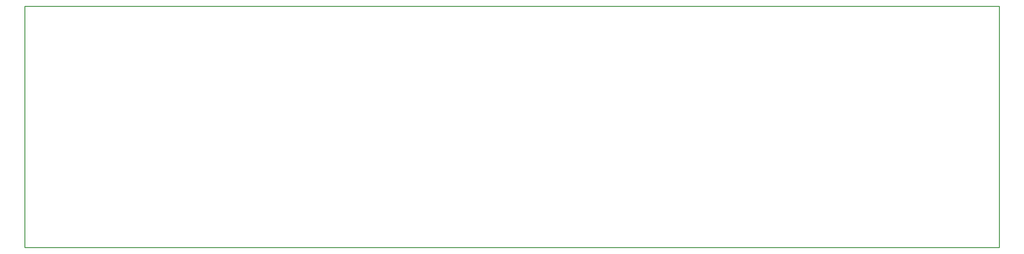
<source format=gko>
G04 Layer: BoardOutlineLayer*
G04 EasyEDA v6.5.43, 2024-07-17 01:33:45*
G04 cb6e2e9fbd21486d88ae5690d2d3dc00,10*
G04 Gerber Generator version 0.2*
G04 Scale: 100 percent, Rotated: No, Reflected: No *
G04 Dimensions in inches *
G04 leading zeros omitted , absolute positions ,3 integer and 6 decimal *
%FSLAX36Y36*%
%MOIN*%

%ADD10C,0.0100*%
D10*
X0Y2040000D02*
G01*
X0Y2040300D01*
X0Y2700000D01*
X10900000Y2700000D01*
X10900000Y0D01*
X0Y0D01*
X0Y2040300D01*
X0Y2040000D01*

%LPD*%
M02*

</source>
